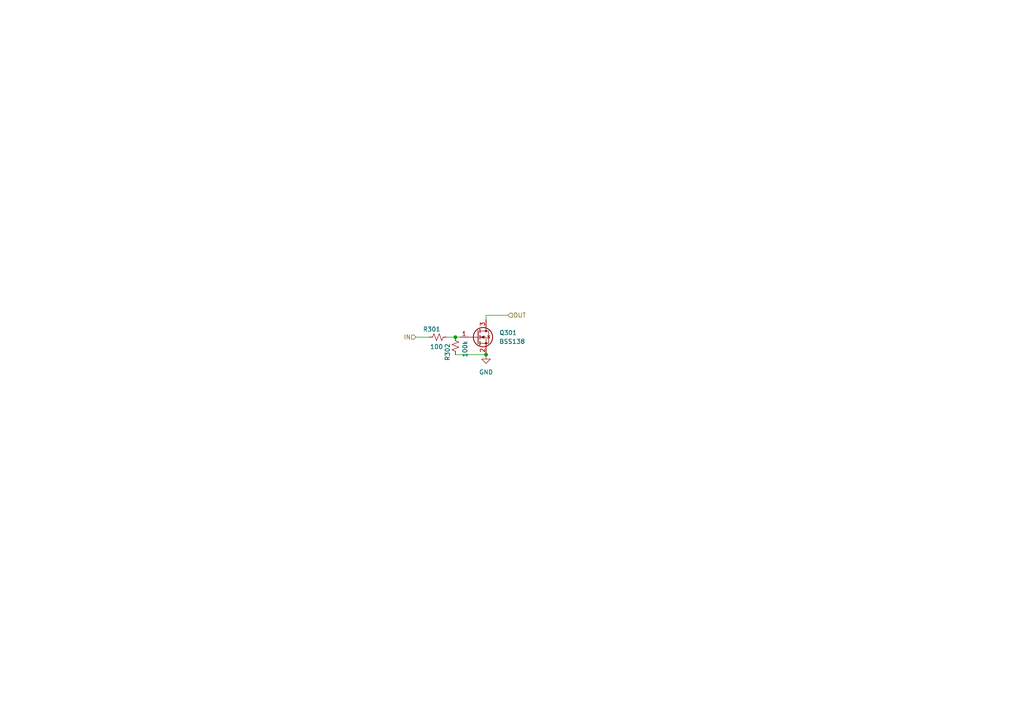
<source format=kicad_sch>
(kicad_sch (version 20250114) (generator "eeschema") (generator_version "9.0")
  (paper "A4")
  (lib_symbols
    (symbol "Device:R_Small_US" (pin_numbers (hide yes)) (pin_names (offset 0.254) (hide yes))
      (property "Reference" "R" (at 0.762 0.508 0))
      (property "Value" "R_Small_US" (at 0.762 -1.016 0))
      (symbol "R_Small_US_1_1"
        (polyline (pts (xy 0 1.524) (xy 1.016 1.143) (xy 0 0.762) (xy -1.016 0.381) (xy 0 0)))
        (polyline (pts (xy 0 0) (xy 1.016 -0.381) (xy 0 -0.762) (xy -1.016 -1.143) (xy 0 -1.524)))
        (pin passive line (at 0 2.54 270) (length 1.016) (name "~") (number "1"))
        (pin passive line (at 0 -2.54 90) (length 1.016) (name "~") (number "2"))
      )
    )
    (symbol "Transistor_FET:BSS138" (pin_names (offset 0) (hide yes))
      (property "Reference" "Q" (at 5.08 1.905 0))
      (property "Value" "BSS138" (at 5.08 0 0))
      (symbol "BSS138_0_1"
        (polyline (pts (xy 0.254 1.905) (xy 0.254 -1.905)) (stroke (width 0.254)))
        (polyline (pts (xy 0.254 0) (xy -2.54 0)))
        (polyline (pts (xy 0.762 2.286) (xy 0.762 1.27)) (stroke (width 0.254)))
        (polyline (pts (xy 0.762 0.508) (xy 0.762 -0.508)) (stroke (width 0.254)))
        (polyline (pts (xy 0.762 -1.27) (xy 0.762 -2.286)) (stroke (width 0.254)))
        (polyline (pts (xy 0.762 -1.778) (xy 3.302 -1.778) (xy 3.302 1.778) (xy 0.762 1.778)))
        (polyline (pts (xy 1.016 0) (xy 2.032 0.381) (xy 2.032 -0.381) (xy 1.016 0)) (fill (type outline)))
        (circle (center 1.651 0) (radius 2.794) (stroke (width 0.254)))
        (polyline (pts (xy 2.54 2.54) (xy 2.54 1.778)))
        (circle (center 2.54 1.778) (radius 0.254) (fill (type outline)))
        (circle (center 2.54 -1.778) (radius 0.254) (fill (type outline)))
        (polyline (pts (xy 2.54 -2.54) (xy 2.54 0) (xy 0.762 0)))
        (polyline (pts (xy 2.921 0.381) (xy 3.683 0.381)))
        (polyline (pts (xy 3.302 0.381) (xy 2.921 -0.254) (xy 3.683 -0.254) (xy 3.302 0.381)))
      )
      (symbol "BSS138_1_1"
        (pin input line (at -5.08 0 0) (length 2.54) (name "G") (number "1"))
        (pin passive line (at 2.54 5.08 270) (length 2.54) (name "D") (number "3"))
        (pin passive line (at 2.54 -5.08 90) (length 2.54) (name "S") (number "2"))
      )
    )
    (symbol "power:GND" (power) (pin_numbers (hide yes)) (pin_names (offset 0) (hide yes))
      (property "Value" "GND" (at 0 -3.81 0))
      (symbol "GND_0_1"
        (polyline (pts (xy 0 0) (xy 0 -1.27) (xy 1.27 -1.27) (xy 0 -2.54) (xy -1.27 -1.27) (xy 0 -1.27)))
      )
      (symbol "GND_1_1"
        (pin power_in line (at 0 0 270) (length 0) (name "~") (number "1"))
      )
    )
  )
  (junction (at 140.97 102.87))
  (junction (at 132.08 97.79))
  (wire (pts (xy 120.65 97.79) (xy 124.46 97.79)))
  (wire (pts (xy 147.32 91.44) (xy 140.97 91.44)))
  (wire (pts (xy 140.97 91.44) (xy 140.97 92.71)))
  (wire (pts (xy 132.08 97.79) (xy 133.35 97.79)))
  (wire (pts (xy 132.08 102.87) (xy 140.97 102.87)))
  (wire (pts (xy 129.54 97.79) (xy 132.08 97.79)))
  (hierarchical_label "IN" (shape input) (at 120.65 97.79 180))
  (hierarchical_label "OUT" (shape input) (at 147.32 91.44 0))
  (symbol (lib_id "Device:R_Small_US") (at 127 97.79 90) (unit 1)
    (property "Reference" "R201" (at 127.762 95.504 90) (effects (justify left)))
    (property "Value" "100" (at 128.524 100.584 90) (effects (justify left)))
    (property "Footprint" "Resistor_SMD:R_0603_1608Metric" (effects (hide yes)))
    (property "Description" "Resistor, small US symbol" (effects (hide yes)))
    (instances (project "X68k-3mode-fdd-adapter" (path "" (reference "R301") (unit 1)) (path "" (reference "R601") (unit 1)) (path "" (reference "R201") (unit 1)) (path "" (reference "R903") (unit 1)) (path "" (reference "R801") (unit 1)) (path "" (reference "R701") (unit 1)) (path "" (reference "R905") (unit 1)) (path "" (reference "R901") (unit 1)) (path "" (reference "R401") (unit 1)) (path "" (reference "R501") (unit 1))))
  )
  (symbol (lib_id "power:GND") (at 140.97 102.87 0) (unit 1)
    (property "Reference" "#PWR0201" (effects (hide yes)))
    (property "Value" "GND" (at 140.97 107.95 0))
    (property "Description" "Power symbol creates a global label with name \"GND\" , ground" (effects (hide yes)))
    (instances (project "X68k-3mode-fdd-adapter" (path "" (reference "#PWR0301") (unit 1)) (path "" (reference "#PWR0601") (unit 1)) (path "" (reference "#PWR0201") (unit 1)) (path "" (reference "#PWR0902") (unit 1)) (path "" (reference "#PWR0801") (unit 1)) (path "" (reference "#PWR0701") (unit 1)) (path "" (reference "#PWR0903") (unit 1)) (path "" (reference "#PWR0901") (unit 1)) (path "" (reference "#PWR0401") (unit 1)) (path "" (reference "#PWR0501") (unit 1))))
  )
  (symbol (lib_id "Device:R_Small_US") (at 132.08 100.33 180) (unit 1)
    (property "Reference" "R202" (at 129.794 99.568 90) (effects (justify left)))
    (property "Value" "100k" (at 134.874 98.806 90) (effects (justify left)))
    (property "Footprint" "Resistor_SMD:R_0603_1608Metric" (effects (hide yes)))
    (property "Description" "Resistor, small US symbol" (effects (hide yes)))
    (instances (project "X68k-3mode-fdd-adapter" (path "" (reference "R302") (unit 1)) (path "" (reference "R602") (unit 1)) (path "" (reference "R202") (unit 1)) (path "" (reference "R904") (unit 1)) (path "" (reference "R802") (unit 1)) (path "" (reference "R702") (unit 1)) (path "" (reference "R906") (unit 1)) (path "" (reference "R902") (unit 1)) (path "" (reference "R402") (unit 1)) (path "" (reference "R502") (unit 1))))
  )
  (symbol (lib_id "Transistor_FET:BSS138") (at 138.43 97.79 0) (unit 1)
    (property "Reference" "Q201" (at 144.78 96.5199 0) (effects (justify left)))
    (property "Value" "BSS138" (at 144.78 99.0599 0) (effects (justify left)))
    (property "Footprint" "Package_TO_SOT_SMD:SOT-23" (effects (hide yes)))
    (property "Datasheet" "https://www.onsemi.com/pub/Collateral/BSS138-D.PDF" (effects (hide yes)))
    (property "Description" "50V Vds, 0.22A Id, N-Channel MOSFET, SOT-23" (effects (hide yes)))
    (instances (project "X68k-3mode-fdd-adapter" (path "" (reference "Q301") (unit 1)) (path "" (reference "Q601") (unit 1)) (path "" (reference "Q201") (unit 1)) (path "" (reference "Q902") (unit 1)) (path "" (reference "Q801") (unit 1)) (path "" (reference "Q701") (unit 1)) (path "" (reference "Q903") (unit 1)) (path "" (reference "Q901") (unit 1)) (path "" (reference "Q401") (unit 1)) (path "" (reference "Q501") (unit 1))))
  )
)
</source>
